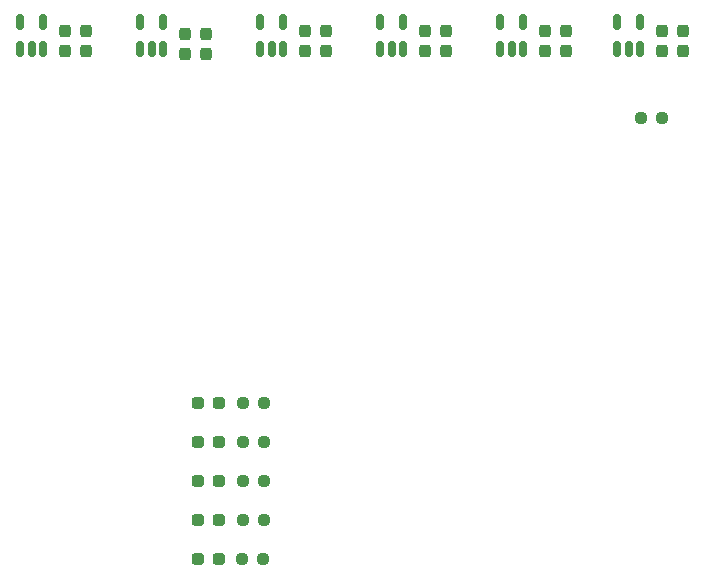
<source format=gtp>
G04 #@! TF.GenerationSoftware,KiCad,Pcbnew,7.0.7*
G04 #@! TF.CreationDate,2024-02-27T11:48:22-06:00*
G04 #@! TF.ProjectId,ControlBoard_Hardware,436f6e74-726f-46c4-926f-6172645f4861,rev?*
G04 #@! TF.SameCoordinates,Original*
G04 #@! TF.FileFunction,Paste,Top*
G04 #@! TF.FilePolarity,Positive*
%FSLAX46Y46*%
G04 Gerber Fmt 4.6, Leading zero omitted, Abs format (unit mm)*
G04 Created by KiCad (PCBNEW 7.0.7) date 2024-02-27 11:48:22*
%MOMM*%
%LPD*%
G01*
G04 APERTURE LIST*
G04 Aperture macros list*
%AMRoundRect*
0 Rectangle with rounded corners*
0 $1 Rounding radius*
0 $2 $3 $4 $5 $6 $7 $8 $9 X,Y pos of 4 corners*
0 Add a 4 corners polygon primitive as box body*
4,1,4,$2,$3,$4,$5,$6,$7,$8,$9,$2,$3,0*
0 Add four circle primitives for the rounded corners*
1,1,$1+$1,$2,$3*
1,1,$1+$1,$4,$5*
1,1,$1+$1,$6,$7*
1,1,$1+$1,$8,$9*
0 Add four rect primitives between the rounded corners*
20,1,$1+$1,$2,$3,$4,$5,0*
20,1,$1+$1,$4,$5,$6,$7,0*
20,1,$1+$1,$6,$7,$8,$9,0*
20,1,$1+$1,$8,$9,$2,$3,0*%
G04 Aperture macros list end*
%ADD10RoundRect,0.237500X0.237500X-0.300000X0.237500X0.300000X-0.237500X0.300000X-0.237500X-0.300000X0*%
%ADD11RoundRect,0.150000X0.150000X-0.512500X0.150000X0.512500X-0.150000X0.512500X-0.150000X-0.512500X0*%
%ADD12RoundRect,0.237500X-0.287500X-0.237500X0.287500X-0.237500X0.287500X0.237500X-0.287500X0.237500X0*%
%ADD13RoundRect,0.237500X0.250000X0.237500X-0.250000X0.237500X-0.250000X-0.237500X0.250000X-0.237500X0*%
%ADD14RoundRect,0.237500X-0.250000X-0.237500X0.250000X-0.237500X0.250000X0.237500X-0.250000X0.237500X0*%
G04 APERTURE END LIST*
D10*
X148336000Y-54075500D03*
X148336000Y-52350500D03*
D11*
X152974000Y-53842500D03*
X153924000Y-53842500D03*
X154874000Y-53842500D03*
X154874000Y-51567500D03*
X152974000Y-51567500D03*
D12*
X157875000Y-90424000D03*
X159625000Y-90424000D03*
D13*
X163472500Y-90424000D03*
X161647500Y-90424000D03*
D12*
X157875000Y-87122000D03*
X159625000Y-87122000D03*
D13*
X163472500Y-83820000D03*
X161647500Y-83820000D03*
D10*
X197104000Y-54075500D03*
X197104000Y-52350500D03*
X178816000Y-54075500D03*
X178816000Y-52350500D03*
D13*
X163472500Y-93726000D03*
X161647500Y-93726000D03*
D10*
X198882000Y-54075500D03*
X198882000Y-52350500D03*
D11*
X173294000Y-53842500D03*
X174244000Y-53842500D03*
X175194000Y-53842500D03*
X175194000Y-51567500D03*
X173294000Y-51567500D03*
D10*
X146558000Y-54075500D03*
X146558000Y-52350500D03*
X187198000Y-54075500D03*
X187198000Y-52350500D03*
D11*
X142814000Y-53842500D03*
X143764000Y-53842500D03*
X144714000Y-53842500D03*
X144714000Y-51567500D03*
X142814000Y-51567500D03*
D10*
X168656000Y-54075500D03*
X168656000Y-52350500D03*
D14*
X195326000Y-59690000D03*
X197151000Y-59690000D03*
D10*
X158496000Y-54329500D03*
X158496000Y-52604500D03*
X156718000Y-54329500D03*
X156718000Y-52604500D03*
D12*
X157875000Y-83820000D03*
X159625000Y-83820000D03*
D11*
X183454000Y-53842500D03*
X184404000Y-53842500D03*
X185354000Y-53842500D03*
X185354000Y-51567500D03*
X183454000Y-51567500D03*
D10*
X188976000Y-54075500D03*
X188976000Y-52350500D03*
D12*
X157875000Y-93726000D03*
X159625000Y-93726000D03*
D10*
X177038000Y-54075500D03*
X177038000Y-52350500D03*
D12*
X157875000Y-97028000D03*
X159625000Y-97028000D03*
D13*
X163472500Y-87122000D03*
X161647500Y-87122000D03*
D11*
X163134000Y-53842500D03*
X164084000Y-53842500D03*
X165034000Y-53842500D03*
X165034000Y-51567500D03*
X163134000Y-51567500D03*
X193360000Y-53842500D03*
X194310000Y-53842500D03*
X195260000Y-53842500D03*
X195260000Y-51567500D03*
X193360000Y-51567500D03*
D13*
X163386500Y-97028000D03*
X161561500Y-97028000D03*
D10*
X166878000Y-54075500D03*
X166878000Y-52350500D03*
M02*

</source>
